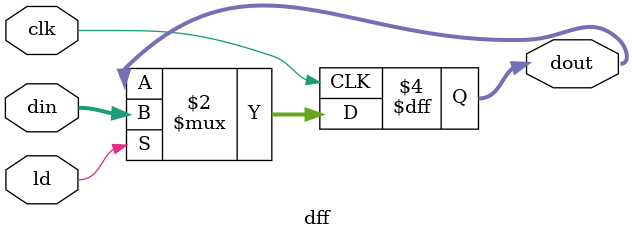
<source format=v>
module dff(din,clk,ld,dout);

input [15:0] din;
input ld,clk;
output reg [15:0] dout;

always@(posedge clk)
begin

if(ld)
dout<=din;

end

endmodule

</source>
